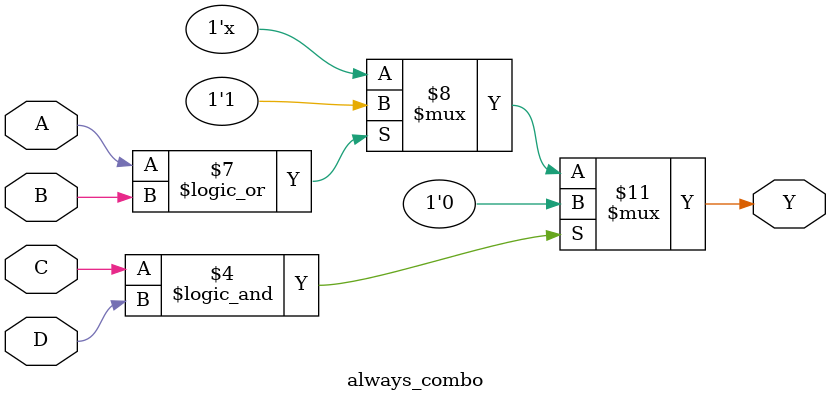
<source format=v>
/***************************************************
* File: gates_gotcha.v
* Author: Andrei Belov
* Class: EE 271
* Module: always_combo
* Description: missing final else block
*              the latch is inferred
****************************************************/


// Procedural gates gotcha
//
module always_combo
    (
        input A, B, C, D,
        output reg Y
    );

    always @(A or B or C or D)
        begin
            if ((C == 1) && (D == 1))
                Y <= 0;
            else if ((A == 1) || (B == 1))
                Y <= 1;
            // missing final else block
            // the latch is inferred
        end
endmodule // always_combo

</source>
